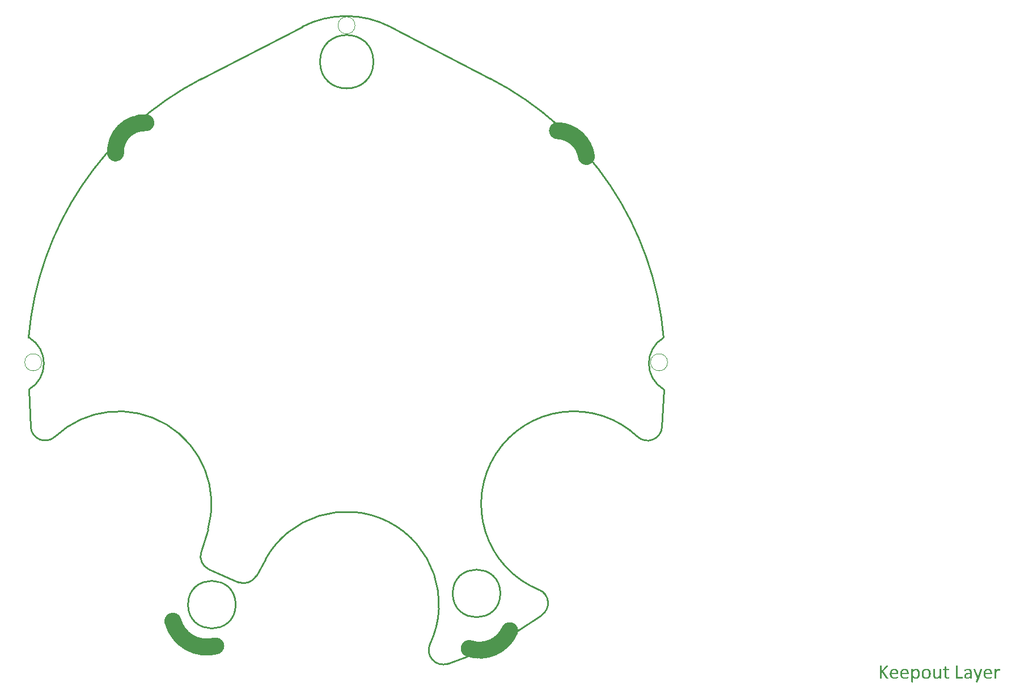
<source format=gko>
%FSLAX23Y23*%
%MOIN*%
G70*
G01*
G75*
G04 Layer_Color=16711935*
%ADD10C,0.008*%
%ADD11C,0.010*%
%ADD12C,0.009*%
%ADD13C,0.020*%
%ADD14C,0.015*%
%ADD15C,0.030*%
%ADD16C,0.025*%
%ADD17C,0.080*%
%ADD18R,0.080X0.080*%
%ADD19C,0.260*%
%ADD20C,0.270*%
%ADD21R,0.060X0.060*%
%ADD22C,0.060*%
%ADD23C,0.059*%
%ADD24R,0.059X0.059*%
%ADD25C,0.260*%
%ADD26C,0.197*%
%ADD27C,0.315*%
%ADD28C,0.028*%
%ADD29C,0.050*%
%ADD30C,0.030*%
%ADD31C,0.040*%
%ADD32C,0.040*%
%ADD33C,0.100*%
G04:AMPARAMS|DCode=34|XSize=98mil|YSize=98mil|CornerRadius=0mil|HoleSize=0mil|Usage=FLASHONLY|Rotation=0.000|XOffset=0mil|YOffset=0mil|HoleType=Round|Shape=Relief|Width=20mil|Gap=10mil|Entries=4|*
%AMTHD34*
7,0,0,0.098,0.078,0.020,45*
%
%ADD34THD34*%
%ADD35C,0.078*%
G04:AMPARAMS|DCode=36|XSize=210mil|YSize=210mil|CornerRadius=0mil|HoleSize=0mil|Usage=FLASHONLY|Rotation=0.000|XOffset=0mil|YOffset=0mil|HoleType=Round|Shape=Relief|Width=20mil|Gap=10mil|Entries=4|*
%AMTHD36*
7,0,0,0.210,0.190,0.020,45*
%
%ADD36THD36*%
%ADD37C,0.075*%
G04:AMPARAMS|DCode=38|XSize=95mil|YSize=95mil|CornerRadius=0mil|HoleSize=0mil|Usage=FLASHONLY|Rotation=0.000|XOffset=0mil|YOffset=0mil|HoleType=Round|Shape=Relief|Width=20mil|Gap=10mil|Entries=4|*
%AMTHD38*
7,0,0,0.095,0.075,0.020,45*
%
%ADD38THD38*%
%ADD39C,0.075*%
G04:AMPARAMS|DCode=40|XSize=95.433mil|YSize=95.433mil|CornerRadius=0mil|HoleSize=0mil|Usage=FLASHONLY|Rotation=0.000|XOffset=0mil|YOffset=0mil|HoleType=Round|Shape=Relief|Width=20mil|Gap=10mil|Entries=4|*
%AMTHD40*
7,0,0,0.095,0.075,0.020,45*
%
%ADD40THD40*%
%ADD41C,0.070*%
G04:AMPARAMS|DCode=42|XSize=90mil|YSize=90mil|CornerRadius=0mil|HoleSize=0mil|Usage=FLASHONLY|Rotation=0.000|XOffset=0mil|YOffset=0mil|HoleType=Round|Shape=Relief|Width=20mil|Gap=10mil|Entries=4|*
%AMTHD42*
7,0,0,0.090,0.070,0.020,45*
%
%ADD42THD42*%
%ADD43C,0.300*%
%ADD44C,0.237*%
%ADD45C,0.355*%
%ADD46C,0.051*%
%ADD47C,0.068*%
%ADD48C,0.052*%
%ADD49C,0.007*%
%ADD50C,0.190*%
%ADD51R,0.014X0.067*%
%ADD52R,0.035X0.014*%
%ADD53R,0.020X0.049*%
%ADD54R,0.040X0.050*%
%ADD55R,0.040X0.040*%
%ADD56R,0.039X0.094*%
%ADD57R,0.130X0.094*%
%ADD58O,0.087X0.024*%
%ADD59O,0.073X0.024*%
%ADD60R,0.024X0.016*%
%ADD61R,0.055X0.138*%
%ADD62R,0.059X0.057*%
%ADD63R,0.043X0.045*%
%ADD64R,0.035X0.055*%
%ADD65R,0.087X0.055*%
%ADD66R,0.118X0.098*%
%ADD67O,0.012X0.069*%
%ADD68O,0.069X0.012*%
%ADD69R,0.075X0.043*%
%ADD70R,0.033X0.021*%
%ADD71R,0.033X0.010*%
%ADD72R,0.045X0.043*%
%ADD73R,0.055X0.035*%
%ADD74R,0.055X0.087*%
%ADD75R,0.014X0.035*%
%ADD76R,0.057X0.059*%
%ADD77R,0.050X0.040*%
%ADD78R,0.040X0.040*%
%ADD79R,0.021X0.033*%
%ADD80R,0.010X0.033*%
%ADD81C,0.012*%
%ADD82C,0.004*%
%ADD83C,0.008*%
%ADD84C,0.001*%
%ADD85C,0.006*%
%ADD86C,0.088*%
%ADD87R,0.088X0.088*%
%ADD88C,0.268*%
%ADD89C,0.278*%
%ADD90R,0.068X0.068*%
%ADD91C,0.067*%
%ADD92R,0.067X0.067*%
%ADD93C,0.103*%
%ADD94C,0.268*%
%ADD95C,0.205*%
%ADD96C,0.323*%
%ADD97C,0.036*%
%ADD98C,0.058*%
%ADD99R,0.022X0.075*%
%ADD100R,0.043X0.022*%
%ADD101R,0.028X0.057*%
%ADD102R,0.048X0.058*%
%ADD103R,0.048X0.048*%
%ADD104R,0.047X0.102*%
%ADD105R,0.138X0.102*%
%ADD106O,0.095X0.032*%
%ADD107O,0.081X0.032*%
%ADD108R,0.032X0.024*%
%ADD109R,0.063X0.146*%
%ADD110R,0.067X0.065*%
%ADD111R,0.051X0.053*%
%ADD112R,0.043X0.063*%
%ADD113R,0.095X0.063*%
%ADD114R,0.126X0.106*%
%ADD115O,0.020X0.077*%
%ADD116O,0.077X0.020*%
%ADD117R,0.083X0.051*%
%ADD118R,0.041X0.029*%
%ADD119R,0.041X0.018*%
%ADD120R,0.053X0.051*%
%ADD121R,0.063X0.043*%
%ADD122R,0.063X0.095*%
%ADD123R,0.022X0.043*%
%ADD124R,0.065X0.067*%
%ADD125R,0.058X0.048*%
%ADD126R,0.048X0.048*%
%ADD127R,0.029X0.041*%
%ADD128R,0.018X0.041*%
%ADD129C,0.010*%
%ADD130C,0.024*%
%ADD131C,0.004*%
%ADD132C,0.005*%
G36*
X3773Y-1802D02*
X3775Y-1802D01*
X3776Y-1802D01*
X3778Y-1803D01*
X3780Y-1803D01*
X3782Y-1804D01*
X3782Y-1804D01*
X3783Y-1804D01*
X3783Y-1805D01*
X3784Y-1805D01*
X3786Y-1806D01*
X3787Y-1807D01*
X3788Y-1808D01*
X3789Y-1809D01*
X3789Y-1810D01*
X3790Y-1810D01*
X3790Y-1811D01*
X3791Y-1812D01*
X3792Y-1813D01*
X3792Y-1814D01*
X3793Y-1816D01*
X3793Y-1818D01*
Y-1818D01*
X3794Y-1818D01*
X3794Y-1819D01*
X3794Y-1820D01*
X3794Y-1822D01*
X3795Y-1824D01*
X3795Y-1825D01*
Y-1827D01*
Y-1829D01*
Y-1829D01*
Y-1830D01*
X3795Y-1830D01*
X3794Y-1832D01*
X3794Y-1833D01*
X3793Y-1833D01*
X3793Y-1833D01*
X3792Y-1833D01*
X3791Y-1833D01*
X3755D01*
Y-1834D01*
Y-1834D01*
Y-1835D01*
X3756Y-1836D01*
Y-1838D01*
X3756Y-1839D01*
X3756Y-1842D01*
Y-1842D01*
X3756Y-1842D01*
X3757Y-1843D01*
X3757Y-1844D01*
X3758Y-1846D01*
X3759Y-1848D01*
X3759Y-1848D01*
X3760Y-1848D01*
X3760Y-1849D01*
X3761Y-1849D01*
X3762Y-1850D01*
X3763Y-1851D01*
X3765Y-1852D01*
X3765D01*
X3765Y-1852D01*
X3766Y-1852D01*
X3767Y-1852D01*
X3768Y-1853D01*
X3770Y-1853D01*
X3771Y-1853D01*
X3774D01*
X3775Y-1853D01*
X3778Y-1853D01*
X3780Y-1853D01*
X3780D01*
X3780Y-1852D01*
X3781Y-1852D01*
X3782Y-1852D01*
X3783Y-1852D01*
X3785Y-1851D01*
X3785D01*
X3786Y-1851D01*
X3786Y-1851D01*
X3788Y-1850D01*
X3789Y-1850D01*
X3789D01*
X3789Y-1850D01*
X3790Y-1849D01*
X3790Y-1849D01*
X3791Y-1849D01*
X3791D01*
X3792Y-1849D01*
X3792D01*
X3792Y-1849D01*
X3792Y-1850D01*
Y-1850D01*
X3792Y-1850D01*
X3792Y-1851D01*
Y-1851D01*
X3793Y-1852D01*
Y-1852D01*
Y-1853D01*
Y-1853D01*
Y-1853D01*
X3792Y-1854D01*
Y-1854D01*
Y-1855D01*
X3792Y-1855D01*
X3792Y-1856D01*
X3792Y-1856D01*
X3792Y-1856D01*
X3792Y-1857D01*
X3791Y-1857D01*
X3791Y-1857D01*
X3790Y-1858D01*
X3789D01*
X3789Y-1858D01*
X3789Y-1858D01*
X3788Y-1858D01*
X3787Y-1859D01*
X3785Y-1859D01*
X3785D01*
X3785Y-1859D01*
X3784Y-1860D01*
X3784Y-1860D01*
X3783Y-1860D01*
X3782Y-1860D01*
X3779Y-1861D01*
X3779D01*
X3779Y-1861D01*
X3778D01*
X3777Y-1861D01*
X3776Y-1861D01*
X3775D01*
X3772Y-1861D01*
X3771D01*
X3770Y-1861D01*
X3768Y-1861D01*
X3766Y-1861D01*
X3764Y-1860D01*
X3762Y-1860D01*
X3760Y-1859D01*
X3760Y-1859D01*
X3760Y-1859D01*
X3759Y-1858D01*
X3758Y-1858D01*
X3756Y-1857D01*
X3755Y-1856D01*
X3753Y-1855D01*
X3752Y-1854D01*
X3752Y-1854D01*
X3751Y-1853D01*
X3751Y-1852D01*
X3750Y-1851D01*
X3749Y-1850D01*
X3748Y-1848D01*
X3748Y-1847D01*
X3747Y-1845D01*
Y-1844D01*
X3747Y-1844D01*
X3746Y-1843D01*
X3746Y-1841D01*
X3746Y-1839D01*
X3745Y-1837D01*
X3745Y-1834D01*
X3745Y-1832D01*
Y-1832D01*
Y-1832D01*
Y-1831D01*
X3745Y-1829D01*
X3745Y-1828D01*
X3746Y-1826D01*
X3746Y-1824D01*
X3746Y-1821D01*
X3747Y-1819D01*
X3747Y-1819D01*
X3747Y-1818D01*
X3748Y-1817D01*
X3748Y-1816D01*
X3749Y-1815D01*
X3750Y-1813D01*
X3751Y-1811D01*
X3752Y-1810D01*
X3752Y-1810D01*
X3753Y-1809D01*
X3753Y-1809D01*
X3754Y-1808D01*
X3755Y-1807D01*
X3757Y-1806D01*
X3758Y-1805D01*
X3760Y-1804D01*
X3760Y-1804D01*
X3761Y-1804D01*
X3762Y-1803D01*
X3763Y-1803D01*
X3765Y-1803D01*
X3767Y-1802D01*
X3769Y-1802D01*
X3771Y-1802D01*
X3772D01*
X3773Y-1802D01*
D02*
G37*
G36*
X3493Y-1803D02*
X3493D01*
X3493Y-1803D01*
X3494Y-1803D01*
X3494Y-1803D01*
X3494D01*
X3495Y-1803D01*
X3495Y-1804D01*
X3495Y-1804D01*
X3495Y-1805D01*
Y-1859D01*
Y-1859D01*
Y-1859D01*
X3495Y-1859D01*
X3495Y-1860D01*
X3494Y-1860D01*
X3494D01*
X3494Y-1860D01*
X3494D01*
X3493Y-1860D01*
X3492D01*
X3492Y-1860D01*
X3489D01*
X3489Y-1860D01*
X3488D01*
X3488Y-1860D01*
X3487Y-1860D01*
X3487Y-1860D01*
X3486Y-1859D01*
Y-1859D01*
X3486Y-1859D01*
Y-1852D01*
X3486Y-1852D01*
X3485Y-1852D01*
X3485Y-1853D01*
X3484Y-1854D01*
X3482Y-1856D01*
X3481Y-1857D01*
X3479Y-1858D01*
X3477Y-1859D01*
X3477Y-1859D01*
X3477Y-1859D01*
X3476Y-1860D01*
X3475Y-1860D01*
X3473Y-1860D01*
X3472Y-1861D01*
X3470Y-1861D01*
X3468Y-1861D01*
X3467D01*
X3466Y-1861D01*
X3465Y-1861D01*
X3464Y-1861D01*
X3462Y-1860D01*
X3461Y-1860D01*
X3459Y-1859D01*
X3459Y-1859D01*
X3459Y-1859D01*
X3458Y-1859D01*
X3457Y-1858D01*
X3456Y-1858D01*
X3455Y-1857D01*
X3453Y-1855D01*
X3453Y-1854D01*
X3453Y-1854D01*
X3452Y-1853D01*
X3452Y-1853D01*
X3451Y-1851D01*
X3451Y-1850D01*
X3450Y-1847D01*
Y-1847D01*
X3450Y-1847D01*
X3450Y-1846D01*
X3450Y-1845D01*
X3449Y-1843D01*
X3449Y-1841D01*
X3449Y-1839D01*
Y-1837D01*
Y-1805D01*
Y-1804D01*
Y-1804D01*
X3449Y-1804D01*
X3449Y-1804D01*
X3450Y-1803D01*
X3450D01*
X3450Y-1803D01*
X3451Y-1803D01*
X3451Y-1803D01*
X3452D01*
X3452Y-1803D01*
X3455D01*
X3456Y-1803D01*
X3456D01*
X3457Y-1803D01*
X3457Y-1803D01*
X3458Y-1803D01*
X3458D01*
X3458Y-1803D01*
X3459Y-1804D01*
X3459Y-1804D01*
X3459Y-1805D01*
Y-1836D01*
Y-1836D01*
Y-1837D01*
Y-1838D01*
X3459Y-1839D01*
X3459Y-1841D01*
X3459Y-1843D01*
X3460Y-1844D01*
Y-1844D01*
X3460Y-1844D01*
X3460Y-1845D01*
X3460Y-1845D01*
X3461Y-1847D01*
X3462Y-1849D01*
X3462Y-1849D01*
X3462Y-1849D01*
X3463Y-1850D01*
X3464Y-1851D01*
X3465Y-1852D01*
X3465D01*
X3466Y-1852D01*
X3466Y-1852D01*
X3467Y-1852D01*
X3468Y-1853D01*
X3470Y-1853D01*
X3471D01*
X3472Y-1853D01*
X3473Y-1852D01*
X3474Y-1852D01*
X3475Y-1852D01*
X3476Y-1851D01*
X3478Y-1850D01*
X3478Y-1850D01*
X3478Y-1850D01*
X3479Y-1849D01*
X3480Y-1848D01*
X3481Y-1847D01*
X3482Y-1846D01*
X3484Y-1844D01*
X3485Y-1842D01*
Y-1805D01*
Y-1804D01*
Y-1804D01*
X3486Y-1804D01*
X3486Y-1804D01*
X3486Y-1803D01*
X3487D01*
X3487Y-1803D01*
X3487Y-1803D01*
X3488Y-1803D01*
X3488D01*
X3489Y-1803D01*
X3492D01*
X3493Y-1803D01*
D02*
G37*
G36*
X3734D02*
X3735Y-1803D01*
X3735D01*
X3736Y-1803D01*
X3736Y-1803D01*
X3737Y-1804D01*
X3737Y-1804D01*
X3737Y-1804D01*
X3737Y-1804D01*
X3737Y-1805D01*
Y-1805D01*
Y-1805D01*
X3737Y-1806D01*
X3737Y-1806D01*
X3718Y-1860D01*
X3710Y-1880D01*
X3710Y-1880D01*
X3710Y-1880D01*
X3709Y-1881D01*
X3709Y-1881D01*
X3708Y-1881D01*
X3707Y-1882D01*
X3707Y-1882D01*
X3706D01*
X3705Y-1882D01*
X3703D01*
X3702Y-1882D01*
X3702Y-1882D01*
X3701D01*
X3701Y-1881D01*
X3700Y-1881D01*
X3700D01*
X3700Y-1881D01*
X3700Y-1881D01*
X3700Y-1880D01*
Y-1880D01*
Y-1880D01*
X3700Y-1879D01*
X3700Y-1879D01*
X3707Y-1860D01*
X3707Y-1860D01*
X3707Y-1860D01*
X3706Y-1859D01*
Y-1859D01*
X3706Y-1859D01*
X3706Y-1858D01*
X3686Y-1807D01*
X3686Y-1806D01*
X3686Y-1806D01*
X3686Y-1805D01*
X3686Y-1805D01*
Y-1804D01*
Y-1804D01*
X3686Y-1804D01*
X3686Y-1804D01*
X3686Y-1803D01*
X3687Y-1803D01*
X3687Y-1803D01*
X3688Y-1803D01*
X3688D01*
X3689Y-1803D01*
X3690Y-1803D01*
X3693D01*
X3694Y-1803D01*
X3694D01*
X3694Y-1803D01*
X3695Y-1803D01*
X3695Y-1803D01*
X3695D01*
X3696Y-1803D01*
X3696Y-1804D01*
X3696Y-1804D01*
Y-1804D01*
X3696Y-1804D01*
X3697Y-1805D01*
X3712Y-1848D01*
X3712D01*
X3727Y-1805D01*
Y-1805D01*
X3727Y-1804D01*
X3728Y-1804D01*
X3728Y-1803D01*
X3728D01*
X3728Y-1803D01*
X3729Y-1803D01*
X3729Y-1803D01*
X3730D01*
X3730Y-1803D01*
X3731Y-1803D01*
X3734D01*
X3734Y-1803D01*
D02*
G37*
G36*
X3590Y-1782D02*
X3591Y-1782D01*
X3591D01*
X3592Y-1782D01*
X3592Y-1783D01*
X3593Y-1783D01*
X3593D01*
X3593Y-1783D01*
X3593Y-1783D01*
X3594Y-1783D01*
X3594Y-1783D01*
X3594Y-1784D01*
Y-1851D01*
X3622D01*
X3623Y-1851D01*
X3623D01*
X3623Y-1852D01*
X3623Y-1852D01*
Y-1852D01*
X3624Y-1853D01*
X3624Y-1853D01*
X3624Y-1854D01*
Y-1854D01*
X3624Y-1854D01*
Y-1855D01*
Y-1856D01*
Y-1856D01*
Y-1856D01*
Y-1857D01*
X3624Y-1858D01*
Y-1858D01*
X3624Y-1858D01*
X3623Y-1859D01*
Y-1859D01*
X3623Y-1859D01*
X3623Y-1860D01*
X3622D01*
X3622Y-1860D01*
X3587D01*
X3587Y-1860D01*
X3586Y-1860D01*
X3585Y-1859D01*
X3585Y-1859D01*
X3584Y-1858D01*
X3584Y-1857D01*
X3584Y-1856D01*
Y-1784D01*
Y-1784D01*
Y-1784D01*
X3584Y-1783D01*
Y-1783D01*
X3584Y-1783D01*
X3585Y-1783D01*
X3585D01*
X3585Y-1783D01*
X3586Y-1782D01*
X3586Y-1782D01*
X3587D01*
X3587Y-1782D01*
X3588Y-1782D01*
X3590D01*
X3590Y-1782D01*
D02*
G37*
G36*
X3657Y-1802D02*
X3659Y-1802D01*
X3660Y-1802D01*
X3662Y-1803D01*
X3663Y-1803D01*
X3664D01*
X3664Y-1804D01*
X3665Y-1804D01*
X3666Y-1804D01*
X3668Y-1805D01*
X3669Y-1806D01*
X3670Y-1807D01*
X3670Y-1807D01*
X3670Y-1808D01*
X3671Y-1808D01*
X3671Y-1809D01*
X3672Y-1810D01*
X3673Y-1811D01*
X3673Y-1812D01*
X3674Y-1814D01*
Y-1814D01*
X3674Y-1814D01*
X3674Y-1815D01*
X3674Y-1816D01*
X3675Y-1817D01*
X3675Y-1819D01*
X3675Y-1820D01*
Y-1822D01*
Y-1859D01*
Y-1859D01*
Y-1859D01*
X3675Y-1859D01*
X3674Y-1860D01*
X3674D01*
X3674Y-1860D01*
X3674Y-1860D01*
X3673Y-1860D01*
X3673D01*
X3672Y-1860D01*
X3672Y-1860D01*
X3670D01*
X3669Y-1860D01*
X3668Y-1860D01*
X3668D01*
X3668Y-1860D01*
X3667Y-1860D01*
X3667Y-1860D01*
X3667Y-1859D01*
X3666Y-1859D01*
X3666Y-1859D01*
Y-1853D01*
X3666Y-1853D01*
X3666Y-1854D01*
X3665Y-1855D01*
X3664Y-1855D01*
X3663Y-1856D01*
X3661Y-1857D01*
X3660Y-1858D01*
X3658Y-1859D01*
X3658Y-1859D01*
X3658Y-1859D01*
X3657Y-1860D01*
X3656Y-1860D01*
X3654Y-1861D01*
X3653Y-1861D01*
X3651Y-1861D01*
X3649Y-1861D01*
X3648D01*
X3647Y-1861D01*
X3646Y-1861D01*
X3644Y-1861D01*
X3641Y-1860D01*
X3641D01*
X3641Y-1860D01*
X3640Y-1860D01*
X3640Y-1859D01*
X3638Y-1858D01*
X3636Y-1857D01*
X3636Y-1857D01*
X3635Y-1857D01*
X3635Y-1856D01*
X3634Y-1855D01*
X3634Y-1855D01*
X3633Y-1854D01*
X3632Y-1852D01*
Y-1852D01*
X3632Y-1851D01*
X3631Y-1851D01*
X3631Y-1850D01*
X3631Y-1849D01*
X3631Y-1848D01*
X3631Y-1845D01*
Y-1845D01*
Y-1844D01*
X3631Y-1843D01*
X3631Y-1842D01*
X3631Y-1841D01*
X3631Y-1840D01*
X3632Y-1838D01*
X3632Y-1837D01*
X3633Y-1837D01*
X3633Y-1836D01*
X3633Y-1836D01*
X3634Y-1835D01*
X3635Y-1834D01*
X3636Y-1833D01*
X3636Y-1832D01*
X3638Y-1831D01*
X3638Y-1831D01*
X3638Y-1831D01*
X3639Y-1830D01*
X3640Y-1830D01*
X3641Y-1829D01*
X3643Y-1829D01*
X3644Y-1828D01*
X3646Y-1828D01*
X3646D01*
X3647Y-1828D01*
X3648Y-1828D01*
X3650Y-1827D01*
X3651Y-1827D01*
X3653Y-1827D01*
X3655Y-1827D01*
X3665D01*
Y-1823D01*
Y-1823D01*
Y-1822D01*
Y-1822D01*
X3665Y-1821D01*
X3665Y-1819D01*
X3664Y-1817D01*
Y-1817D01*
X3664Y-1817D01*
X3664Y-1816D01*
X3664Y-1816D01*
X3663Y-1814D01*
X3662Y-1813D01*
Y-1813D01*
X3662Y-1813D01*
X3661Y-1812D01*
X3660Y-1811D01*
X3658Y-1811D01*
X3658D01*
X3658Y-1811D01*
X3657Y-1810D01*
X3657Y-1810D01*
X3656Y-1810D01*
X3655Y-1810D01*
X3653Y-1810D01*
X3651D01*
X3651Y-1810D01*
X3648Y-1810D01*
X3646Y-1811D01*
X3646D01*
X3646Y-1811D01*
X3645Y-1811D01*
X3644Y-1811D01*
X3643Y-1812D01*
X3641Y-1813D01*
X3641D01*
X3641Y-1813D01*
X3640Y-1813D01*
X3640Y-1813D01*
X3639Y-1814D01*
X3637Y-1815D01*
X3637Y-1815D01*
X3636Y-1815D01*
X3636Y-1815D01*
X3635Y-1815D01*
X3635D01*
X3634Y-1815D01*
X3634Y-1815D01*
X3634Y-1815D01*
Y-1814D01*
X3634Y-1814D01*
X3633Y-1813D01*
Y-1813D01*
Y-1813D01*
Y-1812D01*
Y-1812D01*
Y-1812D01*
Y-1811D01*
Y-1811D01*
Y-1810D01*
X3633Y-1809D01*
Y-1809D01*
X3634Y-1809D01*
X3634Y-1808D01*
X3634Y-1808D01*
X3635Y-1808D01*
X3635Y-1807D01*
X3636Y-1807D01*
X3637Y-1806D01*
X3637D01*
X3638Y-1806D01*
X3638Y-1805D01*
X3639Y-1805D01*
X3640Y-1805D01*
X3642Y-1804D01*
X3642D01*
X3642Y-1804D01*
X3643Y-1804D01*
X3643Y-1803D01*
X3644Y-1803D01*
X3645Y-1803D01*
X3647Y-1803D01*
X3648D01*
X3648Y-1802D01*
X3649Y-1802D01*
X3649Y-1802D01*
X3650D01*
X3651Y-1802D01*
X3654Y-1802D01*
X3656D01*
X3657Y-1802D01*
D02*
G37*
G36*
X3523Y-1788D02*
X3524D01*
X3524Y-1789D01*
X3524Y-1789D01*
X3525Y-1789D01*
X3525D01*
X3525Y-1789D01*
X3526Y-1789D01*
X3526Y-1790D01*
X3526Y-1790D01*
Y-1803D01*
X3540D01*
X3541Y-1803D01*
X3541D01*
X3541Y-1803D01*
X3541Y-1804D01*
Y-1804D01*
X3541Y-1804D01*
X3542Y-1805D01*
X3542Y-1805D01*
Y-1805D01*
X3542Y-1806D01*
Y-1806D01*
Y-1807D01*
Y-1807D01*
Y-1808D01*
Y-1808D01*
X3542Y-1809D01*
X3541Y-1810D01*
X3541Y-1810D01*
X3541Y-1811D01*
X3540Y-1811D01*
X3540Y-1811D01*
X3526D01*
Y-1841D01*
Y-1842D01*
Y-1842D01*
X3526Y-1843D01*
Y-1844D01*
X3527Y-1847D01*
X3527Y-1848D01*
X3528Y-1850D01*
X3528Y-1850D01*
X3528Y-1850D01*
X3528Y-1851D01*
X3529Y-1851D01*
X3530Y-1852D01*
X3531Y-1852D01*
X3532Y-1852D01*
X3533Y-1853D01*
X3535D01*
X3536Y-1852D01*
X3536D01*
X3537Y-1852D01*
X3537Y-1852D01*
X3538Y-1852D01*
X3538Y-1852D01*
X3538Y-1852D01*
X3539Y-1851D01*
X3539D01*
X3540Y-1851D01*
X3540Y-1851D01*
X3541D01*
X3541Y-1851D01*
X3541Y-1851D01*
X3541Y-1852D01*
Y-1852D01*
X3542Y-1852D01*
X3542Y-1853D01*
Y-1853D01*
X3542Y-1853D01*
Y-1854D01*
Y-1855D01*
Y-1855D01*
Y-1856D01*
X3542Y-1856D01*
X3542Y-1857D01*
Y-1858D01*
X3541Y-1858D01*
X3541Y-1858D01*
X3541Y-1859D01*
X3541D01*
X3540Y-1859D01*
X3540Y-1859D01*
X3539Y-1860D01*
X3539D01*
X3539Y-1860D01*
X3538Y-1860D01*
X3537Y-1860D01*
X3537D01*
X3536Y-1860D01*
X3536Y-1861D01*
X3535Y-1861D01*
X3534D01*
X3534Y-1861D01*
X3533Y-1861D01*
X3530D01*
X3529Y-1861D01*
X3528Y-1861D01*
X3527Y-1861D01*
X3525Y-1860D01*
X3524D01*
X3524Y-1860D01*
X3524Y-1860D01*
X3523Y-1859D01*
X3521Y-1858D01*
X3520Y-1857D01*
X3520Y-1857D01*
X3519Y-1856D01*
X3519Y-1856D01*
X3519Y-1855D01*
X3518Y-1854D01*
X3518Y-1853D01*
X3517Y-1851D01*
Y-1851D01*
X3517Y-1850D01*
X3517Y-1849D01*
X3517Y-1848D01*
X3516Y-1847D01*
X3516Y-1846D01*
X3516Y-1844D01*
Y-1843D01*
Y-1811D01*
X3508D01*
X3508Y-1811D01*
X3507Y-1811D01*
X3507Y-1810D01*
Y-1810D01*
X3507Y-1809D01*
X3507Y-1809D01*
X3507Y-1807D01*
Y-1807D01*
Y-1806D01*
Y-1806D01*
X3507Y-1805D01*
Y-1805D01*
X3507Y-1805D01*
Y-1804D01*
X3507Y-1804D01*
Y-1804D01*
X3507Y-1804D01*
X3508Y-1803D01*
X3508D01*
X3508Y-1803D01*
X3509Y-1803D01*
X3516D01*
Y-1790D01*
Y-1790D01*
Y-1790D01*
X3516Y-1789D01*
Y-1789D01*
X3517Y-1789D01*
X3517Y-1789D01*
X3517D01*
X3518Y-1789D01*
X3518Y-1789D01*
X3519Y-1788D01*
X3519D01*
X3519Y-1788D01*
X3523D01*
X3523Y-1788D01*
D02*
G37*
G36*
X3181Y-1782D02*
X3181Y-1782D01*
X3181D01*
X3182Y-1782D01*
X3182Y-1783D01*
X3183Y-1783D01*
X3183D01*
X3183Y-1783D01*
X3184Y-1783D01*
X3184Y-1783D01*
X3184Y-1783D01*
X3184Y-1784D01*
Y-1784D01*
Y-1784D01*
X3184Y-1785D01*
X3184Y-1786D01*
X3183Y-1786D01*
X3183Y-1786D01*
X3183Y-1787D01*
X3182Y-1788D01*
X3156Y-1818D01*
X3184Y-1855D01*
X3184Y-1856D01*
X3185Y-1856D01*
X3185Y-1857D01*
X3185Y-1858D01*
Y-1858D01*
X3185Y-1858D01*
X3186Y-1858D01*
Y-1859D01*
X3185Y-1859D01*
X3185Y-1860D01*
X3185Y-1860D01*
X3184Y-1860D01*
X3184D01*
X3184Y-1860D01*
X3184D01*
X3183Y-1860D01*
X3183D01*
X3182Y-1860D01*
X3181Y-1860D01*
X3179D01*
X3178Y-1860D01*
X3177Y-1860D01*
X3177D01*
X3176Y-1860D01*
X3175Y-1860D01*
X3175Y-1860D01*
X3175Y-1859D01*
X3174Y-1859D01*
X3174Y-1859D01*
X3145Y-1820D01*
Y-1859D01*
Y-1859D01*
X3145Y-1859D01*
X3145Y-1860D01*
X3144Y-1860D01*
X3144Y-1860D01*
X3144D01*
X3144Y-1860D01*
X3143D01*
X3142Y-1860D01*
X3142D01*
X3142Y-1860D01*
X3141Y-1860D01*
X3139D01*
X3138Y-1860D01*
X3138Y-1860D01*
X3137D01*
X3137Y-1860D01*
X3136Y-1860D01*
X3136D01*
X3136Y-1860D01*
X3135Y-1859D01*
Y-1859D01*
Y-1859D01*
X3135Y-1859D01*
Y-1784D01*
Y-1784D01*
Y-1784D01*
X3135Y-1783D01*
Y-1783D01*
X3135Y-1783D01*
X3136Y-1783D01*
X3136D01*
X3136Y-1783D01*
X3137Y-1782D01*
X3138Y-1782D01*
X3138D01*
X3138Y-1782D01*
X3139Y-1782D01*
X3141D01*
X3142Y-1782D01*
X3142Y-1782D01*
X3143D01*
X3143Y-1782D01*
X3144Y-1783D01*
X3144Y-1783D01*
X3144D01*
X3144Y-1783D01*
X3145Y-1783D01*
X3145Y-1783D01*
X3145Y-1783D01*
X3145Y-1784D01*
Y-1818D01*
X3173Y-1784D01*
X3173Y-1784D01*
X3173Y-1784D01*
X3173Y-1783D01*
X3174Y-1783D01*
X3174Y-1783D01*
X3175Y-1783D01*
X3175D01*
X3175Y-1782D01*
X3176Y-1782D01*
X3176Y-1782D01*
X3177D01*
X3177Y-1782D01*
X3180D01*
X3181Y-1782D01*
D02*
G37*
G36*
X3835Y-1802D02*
X3835D01*
X3836Y-1802D01*
X3836Y-1802D01*
X3837Y-1802D01*
X3837D01*
X3838Y-1803D01*
X3838Y-1803D01*
X3839Y-1803D01*
X3839D01*
X3840Y-1803D01*
X3840Y-1803D01*
X3840Y-1804D01*
X3841D01*
X3841Y-1804D01*
X3841Y-1804D01*
X3841Y-1804D01*
Y-1805D01*
Y-1805D01*
X3841Y-1805D01*
Y-1805D01*
Y-1806D01*
Y-1806D01*
X3841Y-1807D01*
Y-1807D01*
Y-1808D01*
Y-1808D01*
Y-1809D01*
Y-1810D01*
X3841Y-1810D01*
Y-1810D01*
Y-1811D01*
X3841Y-1812D01*
Y-1812D01*
X3841Y-1812D01*
X3841Y-1813D01*
X3840Y-1813D01*
X3840Y-1813D01*
X3839D01*
X3839Y-1813D01*
X3838D01*
X3838Y-1812D01*
X3838Y-1812D01*
X3837Y-1812D01*
X3837D01*
X3836Y-1812D01*
X3836Y-1812D01*
X3835Y-1811D01*
X3835D01*
X3834Y-1811D01*
X3834Y-1811D01*
X3832D01*
X3832Y-1811D01*
X3831Y-1811D01*
X3830Y-1812D01*
X3830Y-1812D01*
X3829Y-1812D01*
X3828Y-1813D01*
X3827Y-1814D01*
X3827Y-1814D01*
X3826Y-1815D01*
X3825Y-1816D01*
X3823Y-1818D01*
X3823Y-1818D01*
X3823Y-1818D01*
X3823Y-1818D01*
X3822Y-1819D01*
X3822Y-1820D01*
X3821Y-1821D01*
X3820Y-1823D01*
Y-1859D01*
Y-1859D01*
Y-1859D01*
X3819Y-1859D01*
X3819Y-1860D01*
X3819Y-1860D01*
X3818D01*
X3818Y-1860D01*
X3818D01*
X3817Y-1860D01*
X3817D01*
X3816Y-1860D01*
X3813D01*
X3812Y-1860D01*
X3812D01*
X3812Y-1860D01*
X3811Y-1860D01*
X3811D01*
X3811Y-1860D01*
X3810Y-1859D01*
Y-1859D01*
X3810Y-1859D01*
Y-1805D01*
Y-1804D01*
Y-1804D01*
X3810Y-1804D01*
X3810Y-1804D01*
X3810Y-1803D01*
X3811Y-1803D01*
X3811D01*
X3811Y-1803D01*
X3812Y-1803D01*
X3812Y-1803D01*
X3812D01*
X3813Y-1803D01*
X3816D01*
X3816Y-1803D01*
X3817D01*
X3817Y-1803D01*
X3817Y-1803D01*
X3818Y-1803D01*
X3818D01*
X3818Y-1803D01*
X3818Y-1804D01*
X3818Y-1804D01*
X3819Y-1804D01*
X3819Y-1805D01*
Y-1813D01*
X3819Y-1812D01*
X3819Y-1812D01*
X3820Y-1811D01*
X3820Y-1811D01*
X3821Y-1809D01*
X3823Y-1807D01*
X3823Y-1807D01*
X3823Y-1807D01*
X3824Y-1806D01*
X3825Y-1805D01*
X3827Y-1804D01*
X3827D01*
X3827Y-1804D01*
X3828Y-1803D01*
X3829Y-1803D01*
X3830Y-1802D01*
X3830D01*
X3830Y-1802D01*
X3831Y-1802D01*
X3832Y-1802D01*
X3833Y-1802D01*
X3835D01*
X3835Y-1802D01*
D02*
G37*
G36*
X3350D02*
X3351Y-1802D01*
X3353Y-1802D01*
X3354Y-1803D01*
X3356Y-1803D01*
X3358Y-1804D01*
X3358Y-1804D01*
X3358Y-1805D01*
X3359Y-1805D01*
X3360Y-1806D01*
X3361Y-1807D01*
X3362Y-1808D01*
X3363Y-1809D01*
X3364Y-1810D01*
X3365Y-1811D01*
X3365Y-1811D01*
X3365Y-1812D01*
X3366Y-1813D01*
X3367Y-1814D01*
X3367Y-1816D01*
X3368Y-1818D01*
X3368Y-1820D01*
Y-1820D01*
X3368Y-1821D01*
X3369Y-1822D01*
X3369Y-1823D01*
X3369Y-1825D01*
X3369Y-1827D01*
X3370Y-1828D01*
Y-1831D01*
Y-1831D01*
Y-1831D01*
Y-1831D01*
Y-1832D01*
X3369Y-1833D01*
Y-1835D01*
X3369Y-1837D01*
X3369Y-1839D01*
X3368Y-1841D01*
X3368Y-1843D01*
Y-1844D01*
X3368Y-1844D01*
X3367Y-1845D01*
X3367Y-1847D01*
X3366Y-1848D01*
X3365Y-1850D01*
X3364Y-1852D01*
X3363Y-1853D01*
X3363Y-1853D01*
X3363Y-1854D01*
X3362Y-1854D01*
X3362Y-1855D01*
X3360Y-1856D01*
X3359Y-1857D01*
X3358Y-1858D01*
X3356Y-1859D01*
X3356Y-1859D01*
X3355Y-1859D01*
X3354Y-1860D01*
X3353Y-1860D01*
X3352Y-1860D01*
X3350Y-1861D01*
X3348Y-1861D01*
X3346Y-1861D01*
X3345D01*
X3345Y-1861D01*
X3343Y-1861D01*
X3342Y-1861D01*
X3341D01*
X3341Y-1860D01*
X3340Y-1860D01*
X3339Y-1860D01*
X3338Y-1859D01*
X3338D01*
X3337Y-1859D01*
X3336Y-1858D01*
X3335Y-1858D01*
X3334Y-1857D01*
X3334Y-1857D01*
X3333Y-1856D01*
X3333Y-1856D01*
X3333Y-1856D01*
X3331Y-1854D01*
X3330Y-1853D01*
Y-1880D01*
Y-1880D01*
X3329Y-1881D01*
X3329Y-1881D01*
X3329Y-1881D01*
X3328D01*
X3328Y-1881D01*
X3328Y-1882D01*
X3327Y-1882D01*
X3327D01*
X3326Y-1882D01*
X3323D01*
X3322Y-1882D01*
X3322D01*
X3322Y-1882D01*
X3321Y-1881D01*
X3321D01*
X3321Y-1881D01*
X3320Y-1881D01*
Y-1880D01*
X3320Y-1880D01*
Y-1805D01*
Y-1804D01*
Y-1804D01*
X3320Y-1804D01*
Y-1804D01*
X3320Y-1804D01*
X3320Y-1803D01*
X3321Y-1803D01*
X3321D01*
X3321Y-1803D01*
X3322Y-1803D01*
X3322Y-1803D01*
X3322D01*
X3323Y-1803D01*
X3326D01*
X3326Y-1803D01*
X3326D01*
X3327Y-1803D01*
X3328Y-1803D01*
X3328D01*
X3328Y-1803D01*
X3328Y-1804D01*
X3328Y-1804D01*
X3328Y-1804D01*
X3328Y-1805D01*
Y-1812D01*
X3329Y-1812D01*
X3329Y-1811D01*
X3329Y-1811D01*
X3330Y-1810D01*
X3332Y-1809D01*
X3333Y-1808D01*
X3333Y-1807D01*
X3334Y-1807D01*
X3334Y-1807D01*
X3335Y-1806D01*
X3336Y-1805D01*
X3338Y-1804D01*
X3338D01*
X3338Y-1804D01*
X3339Y-1804D01*
X3339Y-1804D01*
X3341Y-1803D01*
X3343Y-1803D01*
X3343D01*
X3343Y-1802D01*
X3343Y-1802D01*
X3344Y-1802D01*
X3346Y-1802D01*
X3348Y-1802D01*
X3349D01*
X3350Y-1802D01*
D02*
G37*
G36*
X3411D02*
X3412Y-1802D01*
X3414Y-1802D01*
X3416Y-1803D01*
X3418Y-1803D01*
X3420Y-1804D01*
X3420Y-1804D01*
X3421Y-1804D01*
X3421Y-1805D01*
X3423Y-1805D01*
X3424Y-1806D01*
X3425Y-1807D01*
X3427Y-1808D01*
X3428Y-1810D01*
X3428Y-1810D01*
X3429Y-1810D01*
X3429Y-1811D01*
X3430Y-1812D01*
X3431Y-1814D01*
X3431Y-1815D01*
X3432Y-1817D01*
X3433Y-1819D01*
X3433Y-1819D01*
X3433Y-1820D01*
X3434Y-1821D01*
X3434Y-1822D01*
X3434Y-1824D01*
X3434Y-1826D01*
X3435Y-1828D01*
Y-1831D01*
Y-1831D01*
Y-1831D01*
Y-1832D01*
X3435Y-1833D01*
X3434Y-1835D01*
X3434Y-1837D01*
X3434Y-1839D01*
X3433Y-1841D01*
X3433Y-1843D01*
X3433Y-1843D01*
X3433Y-1844D01*
X3432Y-1845D01*
X3431Y-1846D01*
X3431Y-1848D01*
X3430Y-1849D01*
X3429Y-1851D01*
X3428Y-1853D01*
X3427Y-1853D01*
X3427Y-1853D01*
X3426Y-1854D01*
X3425Y-1855D01*
X3424Y-1856D01*
X3423Y-1857D01*
X3421Y-1858D01*
X3419Y-1859D01*
X3419Y-1859D01*
X3418Y-1859D01*
X3417Y-1860D01*
X3416Y-1860D01*
X3414Y-1860D01*
X3412Y-1861D01*
X3410Y-1861D01*
X3407Y-1861D01*
X3406D01*
X3405Y-1861D01*
X3403Y-1861D01*
X3401Y-1861D01*
X3399Y-1860D01*
X3397Y-1860D01*
X3395Y-1859D01*
X3395Y-1859D01*
X3395Y-1859D01*
X3394Y-1858D01*
X3392Y-1858D01*
X3391Y-1857D01*
X3390Y-1856D01*
X3388Y-1855D01*
X3387Y-1853D01*
X3387Y-1853D01*
X3387Y-1853D01*
X3386Y-1852D01*
X3385Y-1851D01*
X3384Y-1850D01*
X3384Y-1848D01*
X3383Y-1846D01*
X3382Y-1844D01*
Y-1844D01*
X3382Y-1843D01*
X3382Y-1842D01*
X3382Y-1841D01*
X3381Y-1839D01*
X3381Y-1837D01*
X3381Y-1835D01*
X3381Y-1832D01*
Y-1832D01*
Y-1832D01*
Y-1831D01*
X3381Y-1830D01*
X3381Y-1828D01*
X3381Y-1826D01*
X3381Y-1824D01*
X3382Y-1822D01*
X3382Y-1820D01*
X3382Y-1820D01*
X3383Y-1819D01*
X3383Y-1818D01*
X3384Y-1817D01*
X3384Y-1815D01*
X3385Y-1814D01*
X3386Y-1812D01*
X3387Y-1810D01*
X3388Y-1810D01*
X3388Y-1810D01*
X3389Y-1809D01*
X3390Y-1808D01*
X3391Y-1807D01*
X3393Y-1806D01*
X3394Y-1805D01*
X3396Y-1804D01*
X3396Y-1804D01*
X3397Y-1804D01*
X3398Y-1803D01*
X3400Y-1803D01*
X3401Y-1803D01*
X3403Y-1802D01*
X3406Y-1802D01*
X3408Y-1802D01*
X3409D01*
X3411Y-1802D01*
D02*
G37*
G36*
X3283D02*
X3285Y-1802D01*
X3286Y-1802D01*
X3288Y-1803D01*
X3290Y-1803D01*
X3292Y-1804D01*
X3292Y-1804D01*
X3293Y-1804D01*
X3294Y-1805D01*
X3294Y-1805D01*
X3296Y-1806D01*
X3297Y-1807D01*
X3298Y-1808D01*
X3299Y-1809D01*
X3299Y-1810D01*
X3300Y-1810D01*
X3300Y-1811D01*
X3301Y-1812D01*
X3302Y-1813D01*
X3302Y-1814D01*
X3303Y-1816D01*
X3304Y-1818D01*
Y-1818D01*
X3304Y-1818D01*
X3304Y-1819D01*
X3304Y-1820D01*
X3304Y-1822D01*
X3305Y-1824D01*
X3305Y-1825D01*
Y-1827D01*
Y-1829D01*
Y-1829D01*
Y-1830D01*
X3305Y-1830D01*
X3304Y-1832D01*
X3304Y-1833D01*
X3304Y-1833D01*
X3303Y-1833D01*
X3302Y-1833D01*
X3301Y-1833D01*
X3265D01*
Y-1834D01*
Y-1834D01*
Y-1835D01*
X3266Y-1836D01*
Y-1838D01*
X3266Y-1839D01*
X3266Y-1842D01*
Y-1842D01*
X3266Y-1842D01*
X3267Y-1843D01*
X3267Y-1844D01*
X3268Y-1846D01*
X3269Y-1848D01*
X3269Y-1848D01*
X3270Y-1848D01*
X3270Y-1849D01*
X3271Y-1849D01*
X3272Y-1850D01*
X3273Y-1851D01*
X3275Y-1852D01*
X3275D01*
X3275Y-1852D01*
X3276Y-1852D01*
X3277Y-1852D01*
X3278Y-1853D01*
X3280Y-1853D01*
X3281Y-1853D01*
X3284D01*
X3285Y-1853D01*
X3288Y-1853D01*
X3290Y-1853D01*
X3290D01*
X3290Y-1852D01*
X3291Y-1852D01*
X3292Y-1852D01*
X3293Y-1852D01*
X3295Y-1851D01*
X3295D01*
X3296Y-1851D01*
X3296Y-1851D01*
X3298Y-1850D01*
X3299Y-1850D01*
X3299D01*
X3299Y-1850D01*
X3300Y-1849D01*
X3300Y-1849D01*
X3301Y-1849D01*
X3301D01*
X3302Y-1849D01*
X3302D01*
X3302Y-1849D01*
X3302Y-1850D01*
Y-1850D01*
X3302Y-1850D01*
X3303Y-1851D01*
Y-1851D01*
X3303Y-1852D01*
Y-1852D01*
Y-1853D01*
Y-1853D01*
Y-1853D01*
X3303Y-1854D01*
Y-1854D01*
Y-1855D01*
X3302Y-1855D01*
X3302Y-1856D01*
X3302Y-1856D01*
X3302Y-1856D01*
X3302Y-1857D01*
X3301Y-1857D01*
X3301Y-1857D01*
X3300Y-1858D01*
X3299D01*
X3299Y-1858D01*
X3299Y-1858D01*
X3299Y-1858D01*
X3297Y-1859D01*
X3295Y-1859D01*
X3295D01*
X3295Y-1859D01*
X3294Y-1860D01*
X3294Y-1860D01*
X3293Y-1860D01*
X3292Y-1860D01*
X3289Y-1861D01*
X3289D01*
X3289Y-1861D01*
X3288D01*
X3287Y-1861D01*
X3286Y-1861D01*
X3285D01*
X3282Y-1861D01*
X3281D01*
X3280Y-1861D01*
X3278Y-1861D01*
X3276Y-1861D01*
X3274Y-1860D01*
X3272Y-1860D01*
X3270Y-1859D01*
X3270Y-1859D01*
X3270Y-1859D01*
X3269Y-1858D01*
X3268Y-1858D01*
X3266Y-1857D01*
X3265Y-1856D01*
X3263Y-1855D01*
X3262Y-1854D01*
X3262Y-1854D01*
X3261Y-1853D01*
X3261Y-1852D01*
X3260Y-1851D01*
X3259Y-1850D01*
X3258Y-1848D01*
X3258Y-1847D01*
X3257Y-1845D01*
Y-1844D01*
X3257Y-1844D01*
X3256Y-1843D01*
X3256Y-1841D01*
X3256Y-1839D01*
X3255Y-1837D01*
X3255Y-1834D01*
X3255Y-1832D01*
Y-1832D01*
Y-1832D01*
Y-1831D01*
X3255Y-1829D01*
X3255Y-1828D01*
X3256Y-1826D01*
X3256Y-1824D01*
X3256Y-1821D01*
X3257Y-1819D01*
X3257Y-1819D01*
X3257Y-1818D01*
X3258Y-1817D01*
X3258Y-1816D01*
X3259Y-1815D01*
X3260Y-1813D01*
X3261Y-1811D01*
X3262Y-1810D01*
X3262Y-1810D01*
X3263Y-1809D01*
X3263Y-1809D01*
X3264Y-1808D01*
X3265Y-1807D01*
X3267Y-1806D01*
X3269Y-1805D01*
X3270Y-1804D01*
X3270Y-1804D01*
X3271Y-1804D01*
X3272Y-1803D01*
X3273Y-1803D01*
X3275Y-1803D01*
X3277Y-1802D01*
X3279Y-1802D01*
X3281Y-1802D01*
X3282D01*
X3283Y-1802D01*
D02*
G37*
G36*
X3222D02*
X3224Y-1802D01*
X3225Y-1802D01*
X3227Y-1803D01*
X3229Y-1803D01*
X3231Y-1804D01*
X3231Y-1804D01*
X3232Y-1804D01*
X3232Y-1805D01*
X3233Y-1805D01*
X3235Y-1806D01*
X3236Y-1807D01*
X3237Y-1808D01*
X3238Y-1809D01*
X3238Y-1810D01*
X3239Y-1810D01*
X3239Y-1811D01*
X3240Y-1812D01*
X3240Y-1813D01*
X3241Y-1814D01*
X3242Y-1816D01*
X3242Y-1818D01*
Y-1818D01*
X3243Y-1818D01*
X3243Y-1819D01*
X3243Y-1820D01*
X3243Y-1822D01*
X3244Y-1824D01*
X3244Y-1825D01*
Y-1827D01*
Y-1829D01*
Y-1829D01*
Y-1830D01*
X3244Y-1830D01*
X3243Y-1832D01*
X3243Y-1833D01*
X3242Y-1833D01*
X3242Y-1833D01*
X3241Y-1833D01*
X3240Y-1833D01*
X3204D01*
Y-1834D01*
Y-1834D01*
Y-1835D01*
X3205Y-1836D01*
Y-1838D01*
X3205Y-1839D01*
X3205Y-1842D01*
Y-1842D01*
X3205Y-1842D01*
X3206Y-1843D01*
X3206Y-1844D01*
X3207Y-1846D01*
X3208Y-1848D01*
X3208Y-1848D01*
X3209Y-1848D01*
X3209Y-1849D01*
X3210Y-1849D01*
X3211Y-1850D01*
X3211Y-1851D01*
X3214Y-1852D01*
X3214D01*
X3214Y-1852D01*
X3215Y-1852D01*
X3216Y-1852D01*
X3217Y-1853D01*
X3219Y-1853D01*
X3220Y-1853D01*
X3223D01*
X3224Y-1853D01*
X3227Y-1853D01*
X3229Y-1853D01*
X3229D01*
X3229Y-1852D01*
X3230Y-1852D01*
X3231Y-1852D01*
X3232Y-1852D01*
X3234Y-1851D01*
X3234D01*
X3235Y-1851D01*
X3235Y-1851D01*
X3237Y-1850D01*
X3238Y-1850D01*
X3238D01*
X3238Y-1850D01*
X3239Y-1849D01*
X3239Y-1849D01*
X3240Y-1849D01*
X3240D01*
X3241Y-1849D01*
X3241D01*
X3241Y-1849D01*
X3241Y-1850D01*
Y-1850D01*
X3241Y-1850D01*
X3241Y-1851D01*
Y-1851D01*
X3242Y-1852D01*
Y-1852D01*
Y-1853D01*
Y-1853D01*
Y-1853D01*
X3241Y-1854D01*
Y-1854D01*
Y-1855D01*
X3241Y-1855D01*
X3241Y-1856D01*
X3241Y-1856D01*
X3241Y-1856D01*
X3240Y-1857D01*
X3240Y-1857D01*
X3240Y-1857D01*
X3239Y-1858D01*
X3238D01*
X3238Y-1858D01*
X3238Y-1858D01*
X3237Y-1858D01*
X3236Y-1859D01*
X3234Y-1859D01*
X3234D01*
X3234Y-1859D01*
X3233Y-1860D01*
X3233Y-1860D01*
X3232Y-1860D01*
X3231Y-1860D01*
X3228Y-1861D01*
X3228D01*
X3228Y-1861D01*
X3227D01*
X3226Y-1861D01*
X3225Y-1861D01*
X3224D01*
X3221Y-1861D01*
X3220D01*
X3219Y-1861D01*
X3217Y-1861D01*
X3215Y-1861D01*
X3213Y-1860D01*
X3211Y-1860D01*
X3209Y-1859D01*
X3209Y-1859D01*
X3209Y-1859D01*
X3208Y-1858D01*
X3206Y-1858D01*
X3205Y-1857D01*
X3204Y-1856D01*
X3202Y-1855D01*
X3201Y-1854D01*
X3201Y-1854D01*
X3200Y-1853D01*
X3200Y-1852D01*
X3199Y-1851D01*
X3198Y-1850D01*
X3197Y-1848D01*
X3196Y-1847D01*
X3196Y-1845D01*
Y-1844D01*
X3196Y-1844D01*
X3195Y-1843D01*
X3195Y-1841D01*
X3195Y-1839D01*
X3194Y-1837D01*
X3194Y-1834D01*
X3194Y-1832D01*
Y-1832D01*
Y-1832D01*
Y-1831D01*
X3194Y-1829D01*
X3194Y-1828D01*
X3195Y-1826D01*
X3195Y-1824D01*
X3195Y-1821D01*
X3196Y-1819D01*
X3196Y-1819D01*
X3196Y-1818D01*
X3196Y-1817D01*
X3197Y-1816D01*
X3198Y-1815D01*
X3199Y-1813D01*
X3200Y-1811D01*
X3201Y-1810D01*
X3201Y-1810D01*
X3201Y-1809D01*
X3202Y-1809D01*
X3203Y-1808D01*
X3204Y-1807D01*
X3206Y-1806D01*
X3207Y-1805D01*
X3209Y-1804D01*
X3209Y-1804D01*
X3210Y-1804D01*
X3211Y-1803D01*
X3212Y-1803D01*
X3214Y-1803D01*
X3216Y-1802D01*
X3218Y-1802D01*
X3220Y-1802D01*
X3221D01*
X3222Y-1802D01*
D02*
G37*
%LPC*%
G36*
X3220Y-1810D02*
X3218D01*
X3217Y-1810D01*
X3215Y-1810D01*
X3213Y-1811D01*
X3213D01*
X3213Y-1811D01*
X3212Y-1812D01*
X3211Y-1812D01*
X3210Y-1813D01*
X3208Y-1815D01*
X3208Y-1815D01*
X3208Y-1815D01*
X3208Y-1816D01*
X3207Y-1816D01*
X3207Y-1817D01*
X3206Y-1818D01*
X3205Y-1820D01*
Y-1820D01*
X3205Y-1821D01*
X3205Y-1821D01*
X3205Y-1822D01*
X3205Y-1823D01*
X3205Y-1824D01*
X3204Y-1826D01*
X3234D01*
Y-1826D01*
Y-1826D01*
Y-1826D01*
Y-1825D01*
X3234Y-1824D01*
X3233Y-1822D01*
X3233Y-1820D01*
X3232Y-1818D01*
X3231Y-1816D01*
X3230Y-1814D01*
X3230Y-1814D01*
X3230Y-1813D01*
X3229Y-1813D01*
X3228Y-1812D01*
X3226Y-1811D01*
X3224Y-1810D01*
X3222Y-1810D01*
X3220Y-1810D01*
D02*
G37*
G36*
X3281D02*
X3279D01*
X3278Y-1810D01*
X3276Y-1810D01*
X3274Y-1811D01*
X3274D01*
X3274Y-1811D01*
X3273Y-1812D01*
X3272Y-1812D01*
X3271Y-1813D01*
X3269Y-1815D01*
X3269Y-1815D01*
X3269Y-1815D01*
X3269Y-1816D01*
X3268Y-1816D01*
X3268Y-1817D01*
X3267Y-1818D01*
X3266Y-1820D01*
Y-1820D01*
X3266Y-1821D01*
X3266Y-1821D01*
X3266Y-1822D01*
X3266Y-1823D01*
X3266Y-1824D01*
X3265Y-1826D01*
X3295D01*
Y-1826D01*
Y-1826D01*
Y-1826D01*
Y-1825D01*
X3295Y-1824D01*
X3294Y-1822D01*
X3294Y-1820D01*
X3293Y-1818D01*
X3293Y-1816D01*
X3291Y-1814D01*
X3291Y-1814D01*
X3291Y-1813D01*
X3290Y-1813D01*
X3289Y-1812D01*
X3287Y-1811D01*
X3285Y-1810D01*
X3283Y-1810D01*
X3281Y-1810D01*
D02*
G37*
G36*
X3771D02*
X3769D01*
X3768Y-1810D01*
X3766Y-1810D01*
X3764Y-1811D01*
X3764D01*
X3764Y-1811D01*
X3763Y-1812D01*
X3762Y-1812D01*
X3761Y-1813D01*
X3759Y-1815D01*
X3759Y-1815D01*
X3759Y-1815D01*
X3759Y-1816D01*
X3758Y-1816D01*
X3758Y-1817D01*
X3757Y-1818D01*
X3756Y-1820D01*
Y-1820D01*
X3756Y-1821D01*
X3756Y-1821D01*
X3756Y-1822D01*
X3756Y-1823D01*
X3756Y-1824D01*
X3755Y-1826D01*
X3785D01*
Y-1826D01*
Y-1826D01*
Y-1826D01*
Y-1825D01*
X3785Y-1824D01*
X3784Y-1822D01*
X3784Y-1820D01*
X3783Y-1818D01*
X3783Y-1816D01*
X3781Y-1814D01*
X3781Y-1814D01*
X3781Y-1813D01*
X3780Y-1813D01*
X3779Y-1812D01*
X3777Y-1811D01*
X3775Y-1810D01*
X3773Y-1810D01*
X3771Y-1810D01*
D02*
G37*
G36*
X3665Y-1834D02*
X3655D01*
X3654Y-1834D01*
X3653D01*
X3652Y-1834D01*
X3649Y-1835D01*
X3649D01*
X3649Y-1835D01*
X3648Y-1835D01*
X3648Y-1835D01*
X3646Y-1836D01*
X3645Y-1837D01*
X3644D01*
X3644Y-1837D01*
X3643Y-1838D01*
X3642Y-1839D01*
X3642Y-1840D01*
Y-1840D01*
X3641Y-1840D01*
X3641Y-1841D01*
X3641Y-1841D01*
X3641Y-1843D01*
X3641Y-1844D01*
Y-1844D01*
Y-1845D01*
X3641Y-1846D01*
X3641Y-1847D01*
X3641Y-1848D01*
X3642Y-1849D01*
X3643Y-1850D01*
X3643Y-1851D01*
X3644Y-1851D01*
X3644Y-1851D01*
X3645Y-1852D01*
X3645Y-1852D01*
X3646Y-1853D01*
X3648Y-1853D01*
X3649Y-1853D01*
X3651Y-1853D01*
X3651D01*
X3652Y-1853D01*
X3653Y-1853D01*
X3654Y-1853D01*
X3655Y-1853D01*
X3657Y-1852D01*
X3658Y-1851D01*
X3658Y-1851D01*
X3659Y-1851D01*
X3659Y-1851D01*
X3660Y-1850D01*
X3661Y-1849D01*
X3662Y-1848D01*
X3664Y-1847D01*
X3665Y-1845D01*
Y-1834D01*
D02*
G37*
G36*
X3408Y-1810D02*
X3407D01*
X3406Y-1810D01*
X3405D01*
X3404Y-1811D01*
X3403Y-1811D01*
X3401Y-1811D01*
X3400Y-1812D01*
X3400D01*
X3400Y-1812D01*
X3399Y-1813D01*
X3398Y-1813D01*
X3397Y-1814D01*
X3395Y-1816D01*
X3395Y-1816D01*
X3395Y-1817D01*
X3394Y-1817D01*
X3394Y-1818D01*
X3393Y-1819D01*
X3393Y-1820D01*
X3392Y-1822D01*
X3392Y-1823D01*
Y-1823D01*
X3392Y-1824D01*
X3392Y-1824D01*
X3392Y-1825D01*
X3391Y-1827D01*
X3391Y-1828D01*
X3391Y-1830D01*
Y-1831D01*
Y-1832D01*
Y-1832D01*
Y-1833D01*
X3391Y-1834D01*
Y-1835D01*
X3391Y-1837D01*
X3392Y-1840D01*
Y-1840D01*
X3392Y-1840D01*
X3392Y-1841D01*
X3392Y-1842D01*
X3393Y-1844D01*
X3394Y-1847D01*
X3395Y-1847D01*
X3395Y-1847D01*
X3395Y-1848D01*
X3396Y-1848D01*
X3396Y-1849D01*
X3397Y-1850D01*
X3400Y-1851D01*
X3400D01*
X3400Y-1851D01*
X3401Y-1852D01*
X3402Y-1852D01*
X3403Y-1852D01*
X3404Y-1853D01*
X3406Y-1853D01*
X3407Y-1853D01*
X3408D01*
X3409Y-1853D01*
X3410D01*
X3411Y-1852D01*
X3413Y-1852D01*
X3414Y-1852D01*
X3415Y-1851D01*
X3415Y-1851D01*
X3416Y-1851D01*
X3416Y-1851D01*
X3417Y-1850D01*
X3419Y-1849D01*
X3420Y-1847D01*
X3421Y-1847D01*
X3421Y-1846D01*
X3421Y-1846D01*
X3421Y-1845D01*
X3422Y-1844D01*
X3423Y-1843D01*
X3423Y-1842D01*
X3423Y-1840D01*
Y-1840D01*
X3424Y-1840D01*
X3424Y-1839D01*
X3424Y-1838D01*
X3424Y-1836D01*
X3424Y-1835D01*
X3424Y-1832D01*
Y-1832D01*
Y-1831D01*
Y-1830D01*
X3424Y-1829D01*
Y-1828D01*
X3424Y-1826D01*
X3424Y-1823D01*
Y-1823D01*
X3423Y-1823D01*
X3423Y-1822D01*
X3423Y-1821D01*
X3422Y-1819D01*
X3421Y-1817D01*
X3421Y-1816D01*
X3421Y-1816D01*
X3420Y-1816D01*
X3420Y-1815D01*
X3419Y-1814D01*
X3418Y-1813D01*
X3417Y-1813D01*
X3416Y-1812D01*
X3416Y-1812D01*
X3415Y-1812D01*
X3415Y-1811D01*
X3414Y-1811D01*
X3412Y-1811D01*
X3411Y-1810D01*
X3410Y-1810D01*
X3408Y-1810D01*
D02*
G37*
G36*
X3346Y-1810D02*
X3346D01*
X3345Y-1810D01*
X3343Y-1811D01*
X3342Y-1811D01*
X3342D01*
X3342Y-1811D01*
X3341Y-1811D01*
X3340Y-1812D01*
X3338Y-1813D01*
X3338D01*
X3338Y-1813D01*
X3338Y-1813D01*
X3337Y-1814D01*
X3336Y-1815D01*
X3334Y-1816D01*
X3334Y-1816D01*
X3334Y-1816D01*
X3333Y-1817D01*
X3333Y-1818D01*
X3331Y-1819D01*
X3330Y-1821D01*
Y-1842D01*
X3330Y-1843D01*
X3330Y-1843D01*
X3331Y-1844D01*
X3332Y-1845D01*
X3333Y-1846D01*
X3335Y-1848D01*
X3336Y-1849D01*
X3337Y-1850D01*
X3338Y-1850D01*
X3338Y-1850D01*
X3339Y-1851D01*
X3340Y-1851D01*
X3341Y-1852D01*
X3342Y-1852D01*
X3344Y-1853D01*
X3345Y-1853D01*
X3346D01*
X3347Y-1853D01*
X3347Y-1852D01*
X3349Y-1852D01*
X3351Y-1852D01*
X3352Y-1851D01*
X3352Y-1851D01*
X3352Y-1851D01*
X3352Y-1850D01*
X3353Y-1850D01*
X3354Y-1849D01*
X3355Y-1848D01*
X3356Y-1846D01*
X3356Y-1846D01*
X3356Y-1846D01*
X3357Y-1845D01*
X3357Y-1844D01*
X3357Y-1843D01*
X3358Y-1842D01*
X3358Y-1839D01*
Y-1839D01*
X3359Y-1839D01*
X3359Y-1838D01*
X3359Y-1837D01*
X3359Y-1836D01*
X3359Y-1835D01*
X3359Y-1832D01*
Y-1832D01*
Y-1831D01*
Y-1830D01*
X3359Y-1829D01*
Y-1828D01*
X3359Y-1827D01*
X3359Y-1824D01*
Y-1824D01*
X3358Y-1823D01*
X3358Y-1823D01*
X3358Y-1822D01*
X3358Y-1820D01*
X3357Y-1819D01*
X3356Y-1817D01*
Y-1817D01*
X3356Y-1816D01*
X3356Y-1816D01*
X3355Y-1815D01*
X3354Y-1814D01*
X3352Y-1812D01*
X3352Y-1812D01*
X3352Y-1812D01*
X3351Y-1812D01*
X3351Y-1811D01*
X3350Y-1811D01*
X3348Y-1811D01*
X3347Y-1810D01*
X3346Y-1810D01*
D02*
G37*
%LPD*%
D11*
X-1867Y-160D02*
X-1857Y-379D01*
X1854D02*
X1865Y-160D01*
X-530Y-1258D02*
X-478Y-1160D01*
X-856Y-1119D02*
X-815Y-982D01*
D33*
X721Y-1683D02*
G03*
X959Y-1578I61J184D01*
G01*
X1410Y1210D02*
G03*
X1240Y1362I-175J-25D01*
G01*
X-1180Y1408D02*
G03*
X-1358Y1231I-9J-169D01*
G01*
X-1021Y-1522D02*
G03*
X-769Y-1668I199J53D01*
G01*
D129*
X-851Y1668D02*
G03*
X-1869Y145I869J-1683D01*
G01*
X1864D02*
G03*
X846Y1668I-1887J-160D01*
G01*
X596Y-1774D02*
G03*
X1010Y-1575I-597J1773D01*
G01*
X-652Y-1425D02*
G03*
X-652Y-1425I-140J0D01*
G01*
X904Y-1359D02*
G03*
X904Y-1359I-140J0D01*
G01*
X158Y1767D02*
G03*
X158Y1767I-157J0D01*
G01*
X1145Y-1488D02*
G03*
X1131Y-1337I-46J72D01*
G01*
X491Y-1656D02*
G03*
X596Y-1774I77J-36D01*
G01*
X491Y-1656D02*
G03*
X-478Y-1160I-492J233D01*
G01*
X-815Y-982D02*
G03*
X-1713Y-437I-524J149D01*
G01*
X1710D02*
G03*
X1131Y-1337I-374J-396D01*
G01*
X1710Y-437D02*
G03*
X1854Y-379I59J62D01*
G01*
X-1857D02*
G03*
X-1713Y-437I85J4D01*
G01*
X256Y1973D02*
G03*
X-259Y1973I-258J-499D01*
G01*
X1864Y145D02*
G03*
X1865Y-160I90J-152D01*
G01*
X-1867Y-160D02*
G03*
X-1865Y145I-90J153D01*
G01*
X-639Y-1292D02*
G03*
X-530Y-1257I34J78D01*
G01*
X-856Y-1119D02*
G03*
X-811Y-1217I83J-21D01*
G01*
X1010Y-1575D02*
X1145Y-1488D01*
X-860Y1663D02*
X-259Y1973D01*
X256D02*
X846Y1668D01*
X-812Y-1217D02*
X-639Y-1292D01*
D131*
X-1792Y0D02*
G03*
X-1792Y0I-50J0D01*
G01*
X50Y1981D02*
G03*
X50Y1981I-50J0D01*
G01*
X1887Y0D02*
G03*
X1887Y0I-50J0D01*
G01*
M02*

</source>
